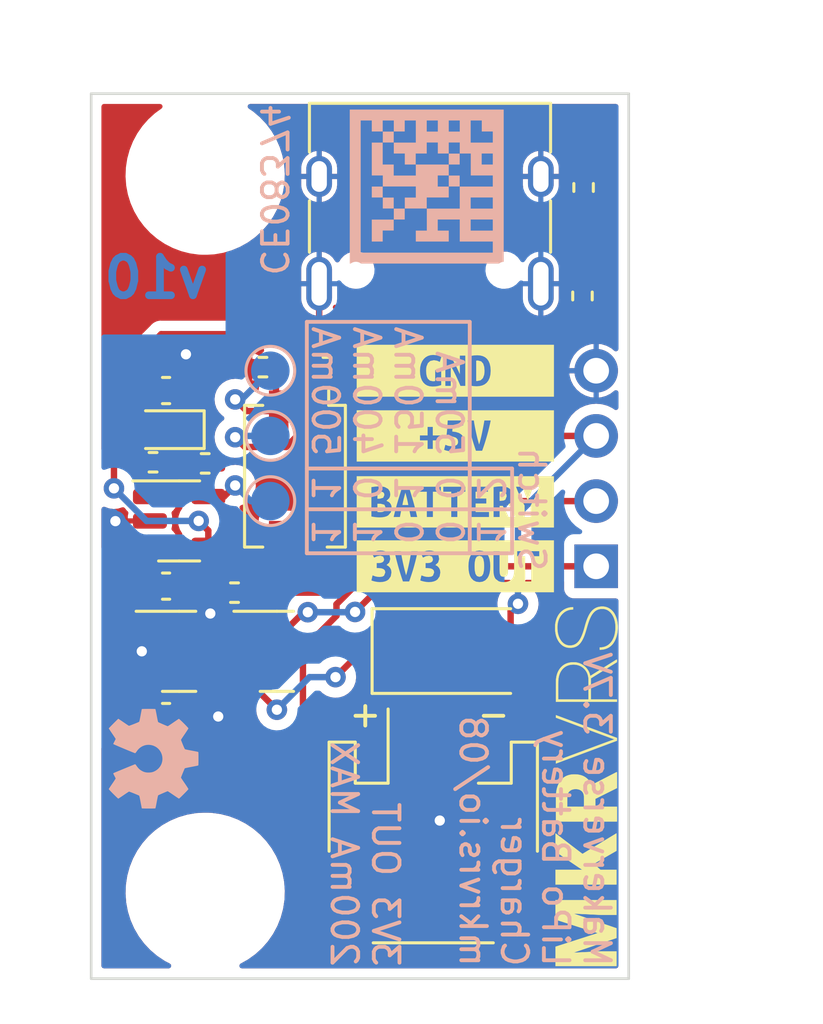
<source format=kicad_pcb>
(kicad_pcb (version 20211014) (generator pcbnew)
  (layers (0 "F.Cu" signal) (31 "B.Cu" signal) (34 "B.Paste" user) (35 "F.Paste" user) (36 "B.SilkS" user "B.Silkscreen") (37 "F.SilkS" user "F.Silkscreen") (38 "B.Mask" user) (39 "F.Mask" user) (44 "Edge.Cuts" user))
  (net 0 "")
  (net 1 "+3V3")
  (net 2 "GND")
  (net 3 "Net-(C8-Pad1)")
  (net 4 "/VBUS")
  (net 5 "/VBAT")
  (net 6 "Net-(R6-Pad2)")
  (net 7 "Net-(R1-Pad1)")
  (net 8 "Net-(R2-Pad1)")
  (net 11 "Net-(R3-Pad1)")
  (net 16 "Net-(D1-Pad1)")
  (net 17 "Net-(J1-PadA5)")
  (net 18 "Net-(J1-PadB5)")
  (footprint "Package_TO_SOT_SMD:SOT-23" (layer "F.Cu") (at 156.58892 91.14548)
    (fp_text reference "U2" hide)
    (fp_text value "3V3 Reg - SOT23")
    (pad "1" smd roundrect locked (at -0.9375 -0.95) (size 1.475 0.6) (layers "F.Cu" "F.Paste" "F.Mask") (net 2 "GND"))
    (pad "2" smd roundrect locked (at -0.9375 0.95) (size 1.475 0.6) (layers "F.Cu" "F.Paste" "F.Mask") (net 1 "+3V3"))
    (pad "3" smd roundrect locked (at 0.9375 0) (size 1.475 0.6) (layers "F.Cu" "F.Paste" "F.Mask") (net 3 "Net-(C8-Pad1)"))
  )
  (footprint "Capacitor_SMD:C_0603_1608Metric" (layer "F.Cu") (at 156.08092 93.68548)
    (fp_text reference "C8" hide)
    (fp_text value "10uF")
    (pad "1" smd roundrect locked (at -0.775 0) (size 0.9 0.95) (layers "F.Cu" "F.Paste" "F.Mask") (net 3 "Net-(C8-Pad1)"))
    (pad "2" smd roundrect locked (at 0.775 0) (size 0.9 0.95) (layers "F.Cu" "F.Paste" "F.Mask") (net 2 "GND"))
  )
  (footprint "Resistor_SMD:R_0402_1005Metric" (layer "F.Cu") (at 155.57292 83.77948 180)
    (fp_text reference "R6" hide)
    (fp_text value "10k")
    (pad "1" smd roundrect locked (at -0.51 0 180) (size 0.54 0.64) (layers "F.Cu" "F.Paste" "F.Mask") (net 16 "Net-(D1-Pad1)"))
    (pad "2" smd roundrect locked (at 0.51 0 180) (size 0.54 0.64) (layers "F.Cu" "F.Paste" "F.Mask") (net 6 "Net-(R6-Pad2)"))
  )
  (footprint "LED_SMD:LED_0603_1608Metric" (layer "F.Cu") (at 156.08092 82.50948 180)
    (fp_text reference "D1" hide)
    (fp_text value "LED")
    (pad "1" smd roundrect locked (at -0.7875 0 180) (size 0.875 0.95) (layers "F.Cu" "F.Paste" "F.Mask") (net 16 "Net-(D1-Pad1)"))
    (pad "2" smd roundrect locked (at 0.7875 0 180) (size 0.875 0.95) (layers "F.Cu" "F.Paste" "F.Mask") (net 4 "/VBUS"))
  )
  (footprint "Resistor_SMD:R_0402_1005Metric" (layer "F.Cu") (at 172.35492 73.07348 90)
    (fp_text reference "R8" hide)
    (fp_text value "5.1k")
    (pad "1" smd roundrect locked (at -0.51 0 90) (size 0.54 0.64) (layers "F.Cu" "F.Paste" "F.Mask") (net 18 "Net-(J1-PadB5)"))
    (pad "2" smd roundrect locked (at 0.51 0 90) (size 0.54 0.64) (layers "F.Cu" "F.Paste" "F.Mask") (net 2 "GND"))
  )
  (footprint "Resistor_SMD:R_0402_1005Metric" (layer "F.Cu") (at 162.35492 80.07348)
    (fp_text reference "R2" hide)
    (fp_text value "10k")
    (pad "1" smd roundrect locked (at -0.51 0) (size 0.54 0.64) (layers "F.Cu" "F.Paste" "F.Mask") (net 8 "Net-(R2-Pad1)"))
    (pad "2" smd roundrect locked (at 0.51 0) (size 0.54 0.64) (layers "F.Cu" "F.Paste" "F.Mask") (net 2 "GND"))
  )
  (footprint "Connector_PinHeader_2.54mm:PinHeader_1x04_P2.54mm_Vertical" (layer "F.Cu") (at 172.84492 87.83348 180)
    (fp_text reference "J3" hide)
    (fp_text value "Conn_01x04")
    (pad "1" thru_hole rect (at 0 0 180) (size 1.7 1.7) (drill 1) (layers *.Cu *.Mask) (net 1 "+3V3"))
    (pad "2" thru_hole oval (at 0 2.54 180) (size 1.7 1.7) (drill 1) (layers *.Cu *.Mask) (net 5 "/VBAT"))
    (pad "3" thru_hole oval (at 0 5.08 180) (size 1.7 1.7) (drill 1) (layers *.Cu *.Mask) (net 4 "/VBUS"))
    (pad "4" thru_hole oval (at 0 7.62 180) (size 1.7 1.7) (drill 1) (layers *.Cu *.Mask) (net 2 "GND"))
  )
  (footprint "Resistor_SMD:R_0402_1005Metric" (layer "F.Cu") (at 158.74792 88.85948 180)
    (fp_text reference "R7" hide)
    (fp_text value "100k")
    (pad "1" smd roundrect locked (at -0.51 0 180) (size 0.54 0.64) (layers "F.Cu" "F.Paste" "F.Mask") (net 4 "/VBUS"))
    (pad "2" smd roundrect locked (at 0.51 0 180) (size 0.54 0.64) (layers "F.Cu" "F.Paste" "F.Mask") (net 2 "GND"))
  )
  (footprint "kibuzzard-6216CB03" (layer "F.Cu") (at 167.35492 85.32348)
    (fp_text reference "kibuzzard-6216CB03" hide)
    (fp_text value "G***" hide)
  )
  (footprint "Package_TO_SOT_SMD:SOT-23-5" (layer "F.Cu") (at 156.58892 86.06548)
    (fp_text reference "U3" hide)
    (fp_text value "MCP73832-2-OT")
    (pad "1" smd roundrect locked (at -1.1375 -0.95) (size 1.325 0.6) (layers "F.Cu" "F.Paste" "F.Mask") (net 6 "Net-(R6-Pad2)"))
    (pad "2" smd roundrect locked (at -1.1375 0) (size 1.325 0.6) (layers "F.Cu" "F.Paste" "F.Mask") (net 2 "GND"))
    (pad "3" smd roundrect locked (at -1.1375 0.95) (size 1.325 0.6) (layers "F.Cu" "F.Paste" "F.Mask") (net 5 "/VBAT"))
    (pad "4" smd roundrect locked (at 1.1375 0.95) (size 1.325 0.6) (layers "F.Cu" "F.Paste" "F.Mask") (net 4 "/VBUS"))
    (pad "5" smd roundrect locked (at 1.1375 -0.95) (size 1.325 0.6) (layers "F.Cu" "F.Paste" "F.Mask") (net 7 "Net-(R1-Pad1)"))
  )
  (footprint "kibuzzard-6216CAF0" (layer "F.Cu") (at 167.35492 82.75348)
    (fp_text reference "kibuzzard-6216CAF0" hide)
    (fp_text value "G***" hide)
  )
  (footprint "Resistor_SMD:R_0402_1005Metric" (layer "F.Cu") (at 159.85492 80.07348 180)
    (fp_text reference "R3" hide)
    (fp_text value "3k")
    (pad "1" smd roundrect locked (at -0.51 0 180) (size 0.54 0.64) (layers "F.Cu" "F.Paste" "F.Mask") (net 11 "Net-(R3-Pad1)"))
    (pad "2" smd roundrect locked (at 0.51 0 180) (size 0.54 0.64) (layers "F.Cu" "F.Paste" "F.Mask") (net 2 "GND"))
  )
  (footprint "Fiducial:Fiducial_1mm_Mask2mm" (layer "F.Cu") (at 168.78092 71.13298 -90)
    (fp_text reference "FID1" hide)
    (fp_text value "Fiducial")
    (pad "" smd circle locked (at 0 0 270) (size 1 1) (layers "F.Cu" "F.Mask") (clearance 0.5))
  )
  (footprint "MountingHole:MountingHole_3.2mm_M3" (layer "F.Cu") (at 157.60492 100.53348 -90)
    (fp_text reference "H2" hide)
    (fp_text value "MountingHole")
    (pad "" np_thru_hole circle locked (at 0 0 270) (size 3.2 3.2) (drill 3.2) (layers *.Cu *.Mask))
  )
  (footprint "Fiducial:Fiducial_1mm_Mask2mm" (layer "F.Cu") (at 154.81092 96.53298 -90)
    (fp_text reference "FID2" hide)
    (fp_text value "Fiducial")
    (pad "" smd circle locked (at 0 0 270) (size 1 1) (layers "F.Cu" "F.Mask") (clearance 0.5))
  )
  (footprint "kibuzzard-6216C8F6" (layer "F.Cu") (at 167.35492 80.21348)
    (fp_text reference "kibuzzard-6216C8F6" hide)
    (fp_text value "G***" hide)
  )
  (footprint "Connector_USB:USB_C_Receptacle_HRO_TYPE-C-31-M-12" (layer "F.Cu") (at 166.36792 73.69448 180)
    (fp_text reference "J1" hide)
    (fp_text value "USB_C_Receptacle_USB2.0")
    (pad "" np_thru_hole circle (at -2.89 -2.6 180) (size 0.65 0.65) (drill 0.65) (layers *.Cu *.Mask))
    (pad "" np_thru_hole circle (at 2.89 -2.6 180) (size 0.65 0.65) (drill 0.65) (layers *.Cu *.Mask))
    (pad "A1" smd rect (at -3.25 -4.045 180) (size 0.6 1.45) (layers "F.Cu" "F.Paste" "F.Mask") (net 2 "GND"))
    (pad "A4" smd rect (at -2.45 -4.045 180) (size 0.6 1.45) (layers "F.Cu" "F.Paste" "F.Mask") (net 4 "/VBUS"))
    (pad "A5" smd rect (at -1.25 -4.045 180) (size 0.3 1.45) (layers "F.Cu" "F.Paste" "F.Mask") (net 17 "Net-(J1-PadA5)"))
    (pad "A6" smd rect (at -0.25 -4.045 180) (size 0.3 1.45) (layers "F.Cu" "F.Paste" "F.Mask"))
    (pad "A7" smd rect (at 0.25 -4.045 180) (size 0.3 1.45) (layers "F.Cu" "F.Paste" "F.Mask"))
    (pad "A8" smd rect (at 1.25 -4.045 180) (size 0.3 1.45) (layers "F.Cu" "F.Paste" "F.Mask"))
    (pad "A9" smd rect (at 2.45 -4.045 180) (size 0.6 1.45) (layers "F.Cu" "F.Paste" "F.Mask") (net 4 "/VBUS"))
    (pad "A12" smd rect (at 3.25 -4.045 180) (size 0.6 1.45) (layers "F.Cu" "F.Paste" "F.Mask") (net 2 "GND"))
    (pad "B1" smd rect (at 3.25 -4.045 180) (size 0.6 1.45) (layers "F.Cu" "F.Paste" "F.Mask") (net 2 "GND"))
    (pad "B4" smd rect (at 2.45 -4.045 180) (size 0.6 1.45) (layers "F.Cu" "F.Paste" "F.Mask") (net 4 "/VBUS"))
    (pad "B5" smd rect (at 1.75 -4.045 180) (size 0.3 1.45) (layers "F.Cu" "F.Paste" "F.Mask") (net 18 "Net-(J1-PadB5)"))
    (pad "B6" smd rect (at 0.75 -4.045 180) (size 0.3 1.45) (layers "F.Cu" "F.Paste" "F.Mask"))
    (pad "B7" smd rect (at -0.75 -4.045 180) (size 0.3 1.45) (layers "F.Cu" "F.Paste" "F.Mask"))
    (pad "B8" smd rect (at -1.75 -4.045 180) (size 0.3 1.45) (layers "F.Cu" "F.Paste" "F.Mask"))
    (pad "B9" smd rect (at -2.45 -4.045 180) (size 0.6 1.45) (layers "F.Cu" "F.Paste" "F.Mask") (net 4 "/VBUS"))
    (pad "B12" smd rect (at -3.25 -4.045 180) (size 0.6 1.45) (layers "F.Cu" "F.Paste" "F.Mask") (net 2 "GND"))
    (pad "S1" thru_hole oval (at -4.32 1.05 180) (size 1 1.6) (drill oval 0.6 1.2) (layers *.Cu *.Mask "F.Paste") (net 2 "GND"))
    (pad "S1" thru_hole oval (at 4.32 1.05 180) (size 1 1.6) (drill oval 0.6 1.2) (layers *.Cu *.Mask "F.Paste") (net 2 "GND"))
    (pad "S1" thru_hole oval (at -4.32 -3.13 180) (size 1 2.1) (drill oval 0.6 1.7) (layers *.Cu *.Mask "F.Paste") (net 2 "GND"))
    (pad "S1" thru_hole oval (at 4.32 -3.13 180) (size 1 2.1) (drill oval 0.6 1.7) (layers *.Cu *.Mask "F.Paste") (net 2 "GND"))
  )
  (footprint "MountingHole:MountingHole_3.2mm_M3" (layer "F.Cu") (at 157.60492 72.59348 -90)
    (fp_text reference "H1" hide)
    (fp_text value "MountingHole")
    (pad "" np_thru_hole circle locked (at 0 0 270) (size 3.2 3.2) (drill 3.2) (layers *.Cu *.Mask))
  )
  (footprint "Connector_JST:JST_PH_S2B-PH-SM4-TB_1x02-1MP_P2.00mm_Horizontal" (layer "F.Cu") (at 166.49492 97.99348)
    (fp_text reference "J2" hide)
    (fp_text value "Conn_01x02")
    (pad "1" smd roundrect locked (at -1 -2.85) (size 1 3.5) (layers "F.Cu" "F.Paste" "F.Mask") (net 5 "/VBAT"))
    (pad "2" smd roundrect locked (at 1 -2.85) (size 1 3.5) (layers "F.Cu" "F.Paste" "F.Mask") (net 2 "GND"))
    (pad "MP" smd roundrect locked (at 3.35 2.9) (size 1.5 3.4) (layers "F.Cu" "F.Paste" "F.Mask") (roundrect_rratio 0.1666673333))
    (pad "MP" smd roundrect locked (at -3.35 2.9) (size 1.5 3.4) (layers "F.Cu" "F.Paste" "F.Mask") (roundrect_rratio 0.1666673333))
  )
  (footprint "Package_TO_SOT_SMD:SOT-23" (layer "F.Cu") (at 160.39892 91.14548)
    (fp_text reference "Q1" hide)
    (fp_text value "Q_PMOS_GSD")
    (pad "1" smd roundrect locked (at -0.9375 -0.95) (size 1.475 0.6) (layers "F.Cu" "F.Paste" "F.Mask") (net 4 "/VBUS"))
    (pad "2" smd roundrect locked (at -0.9375 0.95) (size 1.475 0.6) (layers "F.Cu" "F.Paste" "F.Mask") (net 3 "Net-(C8-Pad1)"))
    (pad "3" smd roundrect locked (at 0.9375 0) (size 1.475 0.6) (layers "F.Cu" "F.Paste" "F.Mask") (net 5 "/VBAT"))
  )
  (footprint "Capacitor_SMD:C_0603_1608Metric" (layer "F.Cu") (at 156.08092 88.60548)
    (fp_text reference "C7" hide)
    (fp_text value "10uF")
    (pad "1" smd roundrect locked (at -0.775 0) (size 0.9 0.95) (layers "F.Cu" "F.Paste" "F.Mask") (net 1 "+3V3"))
    (pad "2" smd roundrect locked (at 0.775 0) (size 0.9 0.95) (layers "F.Cu" "F.Paste" "F.Mask") (net 2 "GND"))
  )
  (footprint "kibuzzard-6216C913" (layer "F.Cu") (at 167.35492 87.83348)
    (fp_text reference "kibuzzard-6216C913" hide)
    (fp_text value "G***" hide)
  )
  (footprint "Capacitor_SMD:C_0603_1608Metric" (layer "F.Cu") (at 156.08092 80.98548)
    (fp_text reference "C17" hide)
    (fp_text value "10uF")
    (pad "1" smd roundrect locked (at -0.775 0) (size 0.9 0.95) (layers "F.Cu" "F.Paste" "F.Mask") (net 4 "/VBUS"))
    (pad "2" smd roundrect locked (at 0.775 0) (size 0.9 0.95) (layers "F.Cu" "F.Paste" "F.Mask") (net 2 "GND"))
  )
  (footprint "Resistor_SMD:R_0402_1005Metric" (layer "F.Cu") (at 172.31152 77.30128 -90)
    (fp_text reference "R9" hide)
    (fp_text value "5.1k")
    (pad "1" smd roundrect locked (at -0.51 0 270) (size 0.54 0.64) (layers "F.Cu" "F.Paste" "F.Mask") (net 17 "Net-(J1-PadA5)"))
    (pad "2" smd roundrect locked (at 0.51 0 270) (size 0.54 0.64) (layers "F.Cu" "F.Paste" "F.Mask") (net 2 "GND"))
  )
  (footprint "CoreElectronics_Artwork:makerverse_logo_short_14.0x2.4mm" (layer "F.Cu") (at 172.46392 96.40598 90)
    (fp_text reference "G2" hide)
    (fp_text value "LOGO_Makerverse" hide)
  )
  (footprint "Button_Switch_SMD:SW_DIP_SPSTx02_Slide_Copal_CHS-02A_W5.08mm_P1.27mm_JPin" (layer "F.Cu") (at 161.10492 84.32348 -90)
    (fp_text reference "SW1" hide)
    (fp_text value "SW_DIP_x02")
    (pad "1" smd rect locked (at -2.54 -0.635 270) (size 1.6 0.76) (layers "F.Cu" "F.Paste" "F.Mask") (net 8 "Net-(R2-Pad1)"))
    (pad "2" smd rect locked (at -2.54 0.635 270) (size 1.6 0.76) (layers "F.Cu" "F.Paste" "F.Mask") (net 11 "Net-(R3-Pad1)"))
    (pad "3" smd rect locked (at 2.54 0.635 270) (size 1.6 0.76) (layers "F.Cu" "F.Paste" "F.Mask") (net 7 "Net-(R1-Pad1)"))
    (pad "4" smd rect locked (at 2.54 -0.635 270) (size 1.6 0.76) (layers "F.Cu" "F.Paste" "F.Mask") (net 7 "Net-(R1-Pad1)"))
  )
  (footprint "Diode_SMD:D_SMA" (layer "F.Cu") (at 167.51092 91.13548)
    (fp_text reference "D2" hide)
    (fp_text value "D_Schottky")
    (pad "1" smd rect locked (at -2 0) (size 2.5 1.8) (layers "F.Cu" "F.Paste" "F.Mask") (net 3 "Net-(C8-Pad1)"))
    (pad "2" smd rect locked (at 2 0) (size 2.5 1.8) (layers "F.Cu" "F.Paste" "F.Mask") (net 4 "/VBUS"))
  )
  (footprint "Resistor_SMD:R_0402_1005Metric" (layer "F.Cu") (at 157.60492 83.82348)
    (fp_text reference "R1" hide)
    (fp_text value "20k")
    (pad "1" smd roundrect locked (at -0.51 0) (size 0.54 0.64) (layers "F.Cu" "F.Paste" "F.Mask") (net 7 "Net-(R1-Pad1)"))
    (pad "2" smd roundrect locked (at 0.51 0) (size 0.54 0.64) (layers "F.Cu" "F.Paste" "F.Mask") (net 2 "GND"))
  )
  (footprint "TestPoint:TestPoint_Pad_D1.5mm" (layer "B.Cu") (at 160.14492 80.21348 180)
    (fp_text reference "TP3" hide)
    (fp_text value "TestPoint")
    (pad "1" smd circle locked (at 0 0 180) (size 1.5 1.5) (layers "B.Cu" "B.Mask") (net 11 "Net-(R3-Pad1)"))
  )
  (footprint "TestPoint:TestPoint_Pad_D1.5mm" (layer "B.Cu") (at 160.14492 85.29348 180)
    (fp_text reference "TP1" hide)
    (fp_text value "TestPoint")
    (pad "1" smd circle locked (at 0 0 180) (size 1.5 1.5) (layers "B.Cu" "B.Mask") (net 7 "Net-(R1-Pad1)"))
  )
  (footprint "lib:CE08374" (layer "B.Cu") (at 166.24092 73.03798 90)
    (fp_text reference "G1" hide)
    (fp_text value "CE08374" hide)
  )
  (footprint "TestPoint:TestPoint_Pad_D1.5mm" (layer "B.Cu") (at 160.14492 82.75348 180)
    (fp_text reference "TP2" hide)
    (fp_text value "TestPoint")
    (pad "1" smd circle locked (at 0 0 180) (size 1.5 1.5) (layers "B.Cu" "B.Mask") (net 8 "Net-(R2-Pad1)"))
  )
  (footprint "CoreElectronics_Artwork:oshw_3.9x3.5mm" (layer "B.Cu") (at 155.59492 95.33348 90)
    (fp_text reference "LOGO1" hide)
    (fp_text value "Logo_Open_Hardware_Small" hide)
  )
  (gr_line (start 167.91732 84.02348) (end 161.56732 84.02348) (layer "B.SilkS") (width 0.15))
  (gr_line (start 169.56832 84.02348) (end 167.91732 84.02348) (layer "B.SilkS") (width 0.15))
  (gr_line (start 169.56832 84.02348) (end 169.56832 87.32548) (layer "B.SilkS") (width 0.15))
  (gr_line (start 169.56832 87.32548) (end 167.91732 87.32548) (layer "B.SilkS") (width 0.15))
  (gr_line (start 161.56732 78.30848) (end 167.91732 78.30848) (layer "B.SilkS") (width 0.15))
  (gr_line (start 167.91732 87.32548) (end 167.91732 78.30848) (layer "B.SilkS") (width 0.15))
  (gr_line (start 161.56732 85.61098) (end 169.56832 85.61098) (layer "B.SilkS") (width 0.15))
  (gr_line (start 161.56732 87.32548) (end 161.56732 78.30848) (layer "B.SilkS") (width 0.15))
  (gr_line (start 167.91732 87.32548) (end 161.56732 87.32548) (layer "B.SilkS") (width 0.15))
  (gr_line (start 153.15992 103.89898) (end 153.15992 69.41848) (layer "Edge.Cuts") (width 0.1))
  (gr_line (start 174.11492 69.41848) (end 174.11492 103.89898) (layer "Edge.Cuts") (width 0.1))
  (gr_line (start 153.15992 69.41848) (end 174.11492 69.41848) (layer "Edge.Cuts") (width 0.1))
  (gr_line (start 174.11492 103.89898) (end 153.15992 103.89898) (layer "Edge.Cuts") (width 0.1))
  (gr_text "v10" (at 155.69992 76.59398) (layer "B.Cu") (effects (font (size 1.5 1.5) (thickness 0.3)) (justify mirror)))
  (gr_text "3V3 OUT\n200mA MAX" (at 163.82792 103.51798 270) (layer "B.SilkS") (effects (font (size 1 1)) (justify left mirror)))
  (gr_text "1 2 \n0 0 50mA\n0 1 150mA\n1 0 400mA\n1 1 500mA" (at 165.50432 87.07148 -90) (layer "B.SilkS") (effects (font (size 1 1)) (justify left mirror)))
  (gr_text "CE08374" (at 160.27192 73.16498 -90) (layer "B.SilkS") (effects (font (size 1 1)) (justify mirror)))
  (gr_text "Switch" (at 170.33032 85.61098 -90) (layer "B.SilkS") (effects (font (size 1 1)) (justify mirror)))
  (gr_text "Makerverse 3.7V\nLiPo Battery\nCharger\nmkrvrs.io/08" (at 170.45732 103.51798 -90) (layer "B.SilkS") (effects (font (size 1 1)) (justify left mirror)))
  (gr_text "-" (at 168.84492 93.58348) (layer "F.SilkS") (effects (font (size 1 1))))
  (gr_text "+" (at 163.84492 93.58348) (layer "F.SilkS") (effects (font (size 1 1))))
  (segment (start 156.742368 90.52096) (end 156.38392 90.879408) (width 0.25) (layer "F.Cu") (net 1))
  (segment (start 156.86694 89.987) (end 156.86694 90.52096) (width 0.25) (layer "F.Cu") (net 1))
  (segment (start 156.86694 90.52096) (end 156.742368 90.52096) (width 0.25) (layer "F.Cu") (net 1))
  (segment (start 156.38392 91.36298) (end 155.65142 92.09548) (width 0.25) (layer "F.Cu") (net 1))
  (segment (start 156.86694 90.52096) (end 158.310472 90.52096) (width 0.25) (layer "F.Cu") (net 1))
  (segment (start 160.245472 90.82) (end 161.443992 89.62148) (width 0.25) (layer "F.Cu") (net 1))
  (segment (start 155.48542 88.60548) (end 156.86694 89.987) (width 0.25) (layer "F.Cu") (net 1))
  (segment (start 165.22492 87.83348) (end 163.44692 89.61148) (width 0.25) (layer "F.Cu") (net 1))
  (segment (start 161.443992 89.62148) (end 161.60492 89.62148) (width 0.25) (layer "F.Cu") (net 1))
  (segment (start 172.84492 87.83348) (end 165.22492 87.83348) (width 0.25) (layer "F.Cu") (net 1))
  (segment (start 156.38392 90.879408) (end 156.38392 91.36298) (width 0.25) (layer "F.Cu") (net 1))
  (segment (start 158.609512 90.82) (end 160.245472 90.82) (width 0.25) (layer "F.Cu") (net 1))
  (segment (start 158.310472 90.52096) (end 158.609512 90.82) (width 0.25) (layer "F.Cu") (net 1))
  (segment (start 155.30592 88.60548) (end 155.48542 88.60548) (width 0.25) (layer "F.Cu") (net 1))
  (via (at 161.60492 89.62148) (size 0.8) (drill 0.4) (layers "F.Cu" "B.Cu") (net 1))
  (via (at 163.44692 89.61148) (size 0.8) (drill 0.4) (layers "F.Cu" "B.Cu") (net 1))
  (segment (start 161.60492 89.62148) (end 163.43692 89.62148) (width 0.25) (layer "B.Cu") (net 1))
  (segment (start 163.43692 89.62148) (end 163.44692 89.61148) (width 0.25) (layer "B.Cu") (net 1))
  (segment (start 163.11792 77.74848) (end 162.52692 78.33948) (width 0.25) (layer "F.Cu") (net 2))
  (segment (start 162.52692 78.33948) (end 162.08092 78.33948) (width 0.25) (layer "F.Cu") (net 2))
  (segment (start 162.08092 78.33948) (end 162.04792 78.30648) (width 0.25) (layer "F.Cu") (net 2))
  (segment (start 162.04792 78.30648) (end 162.04792 76.82448) (width 0.25) (layer "F.Cu") (net 2))
  (segment (start 163.11792 77.73948) (end 163.11792 77.74848) (width 0.25) (layer "F.Cu") (net 2))
  (via (at 156.85492 79.57348) (size 0.8) (drill 0.4) (layers "F.Cu" "B.Cu") (net 2))
  (via (at 158.11292 93.68548) (size 0.8) (drill 0.4) (layers "F.Cu" "B.Cu") (net 2))
  (via (at 157.80492 89.67348) (size 0.8) (drill 0.4) (layers "F.Cu" "B.Cu") (net 2))
  (via (at 155.13392 91.14548) (size 0.8) (drill 0.4) (layers "F.Cu" "B.Cu") (net 2))
  (via (at 166.74892 97.73948) (size 0.8) (drill 0.4) (layers "F.Cu" "B.Cu") (net 2))
  (via (at 154.10492 86.07348) (size 0.8) (drill 0.4) (layers "F.Cu" "B.Cu") (net 2))
  (segment (start 155.30592 93.68548) (end 156.10544 92.88596) (width 0.25) (layer "F.Cu") (net 3))
  (segment (start 162.68492 92.15148) (end 163.70092 91.13548) (width 0.25) (layer "F.Cu") (net 3))
  (segment (start 158.47642 92.09548) (end 159.46142 92.09548) (width 0.25) (layer "F.Cu") (net 3))
  (segment (start 163.70092 91.13548) (end 165.51092 91.13548) (width 0.25) (layer "F.Cu") (net 3))
  (segment (start 157.52642 91.14548) (end 158.47642 92.09548) (width 0.25) (layer "F.Cu") (net 3))
  (segment (start 156.269512 92.88596) (end 157.52642 91.629052) (width 0.25) (layer "F.Cu") (net 3))
  (segment (start 157.52642 91.629052) (end 157.52642 91.14548) (width 0.25) (layer "F.Cu") (net 3))
  (segment (start 159.46142 92.09548) (end 159.46142 92.48398) (width 0.25) (layer "F.Cu") (net 3))
  (segment (start 156.10544 92.88596) (end 156.269512 92.88596) (width 0.25) (layer "F.Cu") (net 3))
  (segment (start 159.46142 92.48398) (end 160.39892 93.42148) (width 0.25) (layer "F.Cu") (net 3))
  (via (at 162.68492 92.15148) (size 0.8) (drill 0.4) (layers "F.Cu" "B.Cu") (net 3))
  (via (at 160.39892 93.42148) (size 0.8) (drill 0.4) (layers "F.Cu" "B.Cu") (net 3))
  (segment (start 161.66892 92.15148) (end 162.68492 92.15148) (width 0.25) (layer "B.Cu") (net 3))
  (segment (start 160.39892 93.42148) (end 161.66892 92.15148) (width 0.25) (layer "B.Cu") (net 3))
  (segment (start 162.538616 88.85948) (end 168.644616 82.75348) (width 0.25) (layer "F.Cu") (net 4))
  (segment (start 155.29342 80.99798) (end 155.30592 80.98548) (width 0.25) (layer "F.Cu") (net 4))
  (segment (start 157.72642 87.01548) (end 157.72642 87.32798) (width 0.25) (layer "F.Cu") (net 4))
  (segment (start 168.81792 77.73948) (end 168.81792 78.71448) (width 0.25) (layer "F.Cu") (net 4))
  (segment (start 155.889409 78.788991) (end 163.970431 78.788991) (width 0.25) (layer "F.Cu") (net 4))
  (segment (start 157.72642 86.44098) (end 157.35092 86.06548) (width 0.25) (layer "F.Cu") (net 4))
  (segment (start 155.29342 82.50948) (end 155.29342 80.99798) (width 0.25) (layer "F.Cu") (net 4))
  (segment (start 155.30592 79.37248) (end 155.889409 78.788991) (width 0.25) (layer "F.Cu") (net 4))
  (segment (start 159.25792 88.85948) (end 162.538616 88.85948) (width 0.25) (layer "F.Cu") (net 4))
  (segment (start 169.51092 91.13548) (end 169.51092 89.57998) (width 0.25) (layer "F.Cu") (net 4))
  (segment (start 164.109409 78.788991) (end 163.970431 78.788991) (width 0.25) (layer "F.Cu") (net 4))
  (segment (start 159.25792 89.99198) (end 159.46142 90.19548) (width 0.25) (layer "F.Cu") (net 4))
  (segment (start 169.51092 89.57998) (end 169.79692 89.29398) (width 0.25) (layer "F.Cu") (net 4))
  (segment (start 168.743409 78.788991) (end 164.109409 78.788991) (width 0.25) (layer "F.Cu") (net 4))
  (segment (start 157.72642 87.01548) (end 157.72642 86.44098) (width 0.25) (layer "F.Cu") (net 4))
  (segment (start 155.29342 82.50948) (end 154.04892 83.75398) (width 0.25) (layer "F.Cu") (net 4))
  (segment (start 154.04892 83.75398) (end 154.04892 84.79548) (width 0.25) (layer "F.Cu") (net 4))
  (segment (start 157.72642 87.32798) (end 159.25792 88.85948) (width 0.25) (layer "F.Cu") (net 4))
  (segment (start 168.81792 78.71448) (end 168.743409 78.788991) (width 0.25) (layer "F.Cu") (net 4))
  (segment (start 168.644616 82.75348) (end 172.84492 82.75348) (width 0.25) (layer "F.Cu") (net 4))
  (segment (start 159.25792 88.85948) (end 159.25792 89.99198) (width 0.25) (layer "F.Cu") (net 4))
  (segment (start 163.970431 78.788991) (end 163.91792 78.73648) (width 0.25) (layer "F.Cu") (net 4))
  (segment (start 155.30592 80.98548) (end 155.30592 79.37248) (width 0.25) (layer "F.Cu") (net 4))
  (segment (start 163.91792 77.73948) (end 163.91792 78.73648) (width 0.25) (layer "F.Cu") (net 4))
  (via (at 157.35092 86.06548) (size 0.8) (drill 0.4) (layers "F.Cu" "B.Cu") (net 4))
  (via (at 169.79692 89.29398) (size 0.8) (drill 0.4) (layers "F.Cu" "B.Cu") (net 4))
  (via (at 154.04892 84.79548) (size 0.8) (drill 0.4) (layers "F.Cu" "B.Cu") (net 4))
  (segment (start 157.35092 86.06548) (end 155.31892 86.06548) (width 0.25) (layer "B.Cu") (net 4))
  (segment (start 172.84492 82.75348) (end 169.79692 85.80148) (width 0.25) (layer "B.Cu") (net 4))
  (segment (start 169.79692 85.80148) (end 169.79692 89.29398) (width 0.25) (layer "B.Cu") (net 4))
  (segment (start 155.31892 86.06548) (end 154.04892 84.79548) (width 0.25) (layer "B.Cu") (net 4))
  (segment (start 154.04892 94.43748) (end 154.30292 94.69148) (width 0.25) (layer "F.Cu") (net 5))
  (segment (start 162.722419 89.311381) (end 162.722419 89.759481) (width 0.25) (layer "F.Cu") (net 5))
  (segment (start 154.30292 94.69148) (end 161.41492 94.69148) (width 0.25) (layer "F.Cu") (net 5))
  (segment (start 161.41492 91.22398) (end 161.41492 94.69148) (width 0.25) (layer "F.Cu") (net 5))
  (segment (start 161.41492 94.69148) (end 165.04292 94.69148) (width 0.25) (layer "F.Cu") (net 5))
  (segment (start 162.722419 89.759481) (end 161.33642 91.14548) (width 0.25) (layer "F.Cu") (net 5))
  (segment (start 172.84492 85.29348) (end 166.74032 85.29348) (width 0.25) (layer "F.Cu") (net 5))
  (segment (start 154.04892 87.58948) (end 154.04892 94.43748) (width 0.25) (layer "F.Cu") (net 5))
  (segment (start 161.33642 91.14548) (end 161.41492 91.22398) (width 0.25) (layer "F.Cu") (net 5))
  (segment (start 165.04292 94.69148) (end 165.49492 95.14348) (width 0.25) (layer "F.Cu") (net 5))
  (segment (start 166.74032 85.29348) (end 162.722419 89.311381) (width 0.25) (layer "F.Cu") (net 5))
  (segment (start 155.45142 87.01548) (end 154.62292 87.01548) (width 0.25) (layer "F.Cu") (net 5))
  (segment (start 154.62292 87.01548) (end 154.04892 87.58948) (width 0.25) (layer "F.Cu") (net 5))
  (segment (start 155.06292 83.77948) (end 155.06292 84.72698) (width 0.25) (layer "F.Cu") (net 6))
  (segment (start 155.06292 84.72698) (end 155.45142 85.11548) (width 0.25) (layer "F.Cu") (net 6))
  (segment (start 160.46992 86.86348) (end 161.73992 86.86348) (width 0.25) (layer "F.Cu") (net 7))
  (segment (start 157.72642 85.11548) (end 159.47442 86.86348) (width 0.25) (layer "F.Cu") (net 7))
  (segment (start 158.34172 85.11548) (end 157.72642 85.11548) (width 0.25) (layer "F.Cu") (net 7))
  (segment (start 158.77332 84.68388) (end 158.34172 85.11548) (width 0.25) (layer "F.Cu") (net 7))
  (segment (start 157.09492 84.48398) (end 157.72642 85.11548) (width 0.25) (layer "F.Cu") (net 7))
  (segment (start 157.09492 83.82348) (end 157.09492 84.48398) (width 0.25) (layer "F.Cu") (net 7))
  (segment (start 160.46992 86.86348) (end 160.46992 86.38048) (width 0.25) (layer "F.Cu") (net 7))
  (segment (start 159.47442 86.86348) (end 160.46992 86.86348) (width 0.25) (layer "F.Cu") (net 7))
  (via (at 158.77332 84.68388) (size 0.8) (drill 0.4) (layers "F.Cu" "B.Cu") (net 7))
  (segment (start 159.38292 85.29348) (end 158.77332 84.68388) (width 0.25) (layer "B.Cu") (net 7))
  (segment (start 160.14492 85.29348) (end 159.38292 85.29348) (width 0.25) (layer "B.Cu") (net 7))
  (segment (start 160.760409 83.182991) (end 159.152031 83.182991) (width 0.25) (layer "F.Cu") (net 8))
  (segment (start 161.73992 81.78348) (end 161.73992 80.17848) (width 0.25) (layer "F.Cu") (net 8))
  (segment (start 159.152031 83.182991) (end 158.77332 82.80428) (width 0.25) (layer "F.Cu") (net 8))
  (segment (start 161.73992 80.17848) (end 161.84492 80.07348) (width 0.25) (layer "F.Cu") (net 8))
  (segment (start 161.73992 81.78348) (end 161.73992 82.20348) (width 0.25) (layer "F.Cu") (net 8))
  (segment (start 161.73992 82.20348) (end 160.760409 83.182991) (width 0.25) (layer "F.Cu") (net 8))
  (via (at 158.77332 82.80428) (size 0.8) (drill 0.4) (layers "F.Cu" "B.Cu") (net 8))
  (segment (start 158.82412 82.75348) (end 158.77332 82.80428) (width 0.25) (layer "B.Cu") (net 8))
  (segment (start 160.14492 82.75348) (end 158.82412 82.75348) (width 0.25) (layer "B.Cu") (net 8))
  (segment (start 160.36492 81.67848) (end 160.46992 81.78348) (width 0.25) (layer "F.Cu") (net 11))
  (segment (start 159.22572 81.78348) (end 158.77332 81.33108) (width 0.25) (layer "F.Cu") (net 11))
  (segment (start 160.36492 80.07348) (end 160.36492 81.67848) (width 0.25) (layer "F.Cu") (net 11))
  (segment (start 160.46992 81.78348) (end 159.22572 81.78348) (width 0.25) (layer "F.Cu") (net 11))
  (via (at 158.77332 81.33108) (size 0.8) (drill 0.4) (layers "F.Cu" "B.Cu") (net 11))
  (segment (start 160.14492 80.21348) (end 159.02732 81.33108) (width 0.25) (layer "B.Cu") (net 11))
  (segment (start 159.02732 81.33108) (end 158.77332 81.33108) (width 0.25) (layer "B.Cu") (net 11))
  (segment (start 156.86842 82.50948) (end 156.86842 82.99398) (width 0.25) (layer "F.Cu") (net 16))
  (segment (start 156.86842 82.99398) (end 156.08292 83.77948) (width 0.25) (layer "F.Cu") (net 16))
  (segment (start 167.61792 76.715458) (end 167.61792 77.73948) (width 0.25) (layer "F.Cu") (net 17))
  (segment (start 172.31152 76.732033) (end 171.029447 75.44996) (width 0.25) (layer "F.Cu") (net 17))
  (segment (start 171.029447 75.44996) (end 168.883418 75.44996) (width 0.25) (layer "F.Cu") (net 17))
  (segment (start 172.31152 76.79128) (end 172.31152 76.732033) (width 0.25) (layer "F.Cu") (net 17))
  (segment (start 168.883418 75.44996) (end 167.61792 76.715458) (width 0.25) (layer "F.Cu") (net 17))
  (segment (start 164.61792 76.715458) (end 167.564378 73.769) (width 0.25) (layer "F.Cu") (net 18))
  (segment (start 167.564378 73.769) (end 172.1694 73.769) (width 0.25) (layer "F.Cu") (net 18))
  (segment (start 172.1694 73.769) (end 172.35492 73.58348) (width 0.25) (layer "F.Cu") (net 18))
  (segment (start 164.61792 77.73948) (end 164.61792 76.715458) (width 0.25) (layer "F.Cu") (net 18))
  (zone (net 2) (net_name "GND") (layers F&B.Cu) (connect_pads (clearance 0.4)) (min_thickness 0.2) (fill yes (thermal_gap 0.2) (thermal_bridge_width 0.2))
    (polygon (pts (xy 153.15992 103.89898) (xy 153.15992 69.41848) (xy 174.11492 69.41848) (xy 174.11492 103.89898)))
  )
)
</source>
